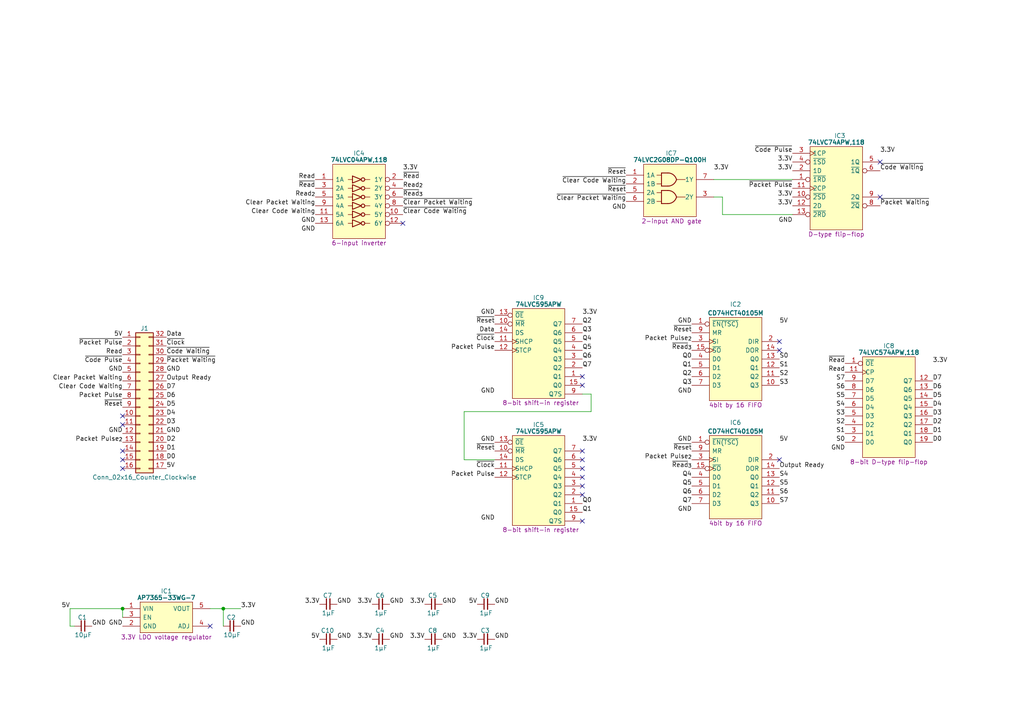
<source format=kicad_sch>
(kicad_sch (version 20230121) (generator eeschema)
  (paper "A4")
  (lib_symbols
    (symbol "Connector_Generic:Conn_02x16_Counter_Clockwise" (pin_names (offset 1.016) hide)
      (property "Reference" "J" (at 1.27 20.32 0))
      (property "Value" "Conn_02x16_Counter_Clockwise" (at 1.27 -22.86 0))
      (symbol "Conn_02x16_Counter_Clockwise_1_1"
        (rectangle (start -1.27 -20.193) (end 0 -20.447) (stroke (width 0.1524)))
        (rectangle (start -1.27 -17.653) (end 0 -17.907) (stroke (width 0.1524)))
        (rectangle (start -1.27 -15.113) (end 0 -15.367) (stroke (width 0.1524)))
        (rectangle (start -1.27 -12.573) (end 0 -12.827) (stroke (width 0.1524)))
        (rectangle (start -1.27 -10.033) (end 0 -10.287) (stroke (width 0.1524)))
        (rectangle (start -1.27 -7.493) (end 0 -7.747) (stroke (width 0.1524)))
        (rectangle (start -1.27 -4.953) (end 0 -5.207) (stroke (width 0.1524)))
        (rectangle (start -1.27 -2.413) (end 0 -2.667) (stroke (width 0.1524)))
        (rectangle (start -1.27 0.127) (end 0 -0.127) (stroke (width 0.1524)))
        (rectangle (start -1.27 2.667) (end 0 2.413) (stroke (width 0.1524)))
        (rectangle (start -1.27 5.207) (end 0 4.953) (stroke (width 0.1524)))
        (rectangle (start -1.27 7.747) (end 0 7.493) (stroke (width 0.1524)))
        (rectangle (start -1.27 10.287) (end 0 10.033) (stroke (width 0.1524)))
        (rectangle (start -1.27 12.827) (end 0 12.573) (stroke (width 0.1524)))
        (rectangle (start -1.27 15.367) (end 0 15.113) (stroke (width 0.1524)))
        (rectangle (start -1.27 17.907) (end 0 17.653) (stroke (width 0.1524)))
        (rectangle (start -1.27 19.05) (end 3.81 -21.59) (stroke (width 0.254)) (fill (type background)))
        (rectangle (start 3.81 -20.193) (end 2.54 -20.447) (stroke (width 0.1524)))
        (rectangle (start 3.81 -17.653) (end 2.54 -17.907) (stroke (width 0.1524)))
        (rectangle (start 3.81 -15.113) (end 2.54 -15.367) (stroke (width 0.1524)))
        (rectangle (start 3.81 -12.573) (end 2.54 -12.827) (stroke (width 0.1524)))
        (rectangle (start 3.81 -10.033) (end 2.54 -10.287) (stroke (width 0.1524)))
        (rectangle (start 3.81 -7.493) (end 2.54 -7.747) (stroke (width 0.1524)))
        (rectangle (start 3.81 -4.953) (end 2.54 -5.207) (stroke (width 0.1524)))
        (rectangle (start 3.81 -2.413) (end 2.54 -2.667) (stroke (width 0.1524)))
        (rectangle (start 3.81 0.127) (end 2.54 -0.127) (stroke (width 0.1524)))
        (rectangle (start 3.81 2.667) (end 2.54 2.413) (stroke (width 0.1524)))
        (rectangle (start 3.81 5.207) (end 2.54 4.953) (stroke (width 0.1524)))
        (rectangle (start 3.81 7.747) (end 2.54 7.493) (stroke (width 0.1524)))
        (rectangle (start 3.81 10.287) (end 2.54 10.033) (stroke (width 0.1524)))
        (rectangle (start 3.81 12.827) (end 2.54 12.573) (stroke (width 0.1524)))
        (rectangle (start 3.81 15.367) (end 2.54 15.113) (stroke (width 0.1524)))
        (rectangle (start 3.81 17.907) (end 2.54 17.653) (stroke (width 0.1524)))
        (pin passive line (at -5.08 17.78 0) (length 3.81) (name "Pin_1") (number "1"))
        (pin passive line (at -5.08 -5.08 0) (length 3.81) (name "Pin_10") (number "10"))
        (pin passive line (at -5.08 -7.62 0) (length 3.81) (name "Pin_11") (number "11"))
        (pin passive line (at -5.08 -10.16 0) (length 3.81) (name "Pin_12") (number "12"))
        (pin passive line (at -5.08 -12.7 0) (length 3.81) (name "Pin_13") (number "13"))
        (pin passive line (at -5.08 -15.24 0) (length 3.81) (name "Pin_14") (number "14"))
        (pin passive line (at -5.08 -17.78 0) (length 3.81) (name "Pin_15") (number "15"))
        (pin passive line (at -5.08 -20.32 0) (length 3.81) (name "Pin_16") (number "16"))
        (pin passive line (at 7.62 -20.32 180) (length 3.81) (name "Pin_17") (number "17"))
        (pin passive line (at 7.62 -17.78 180) (length 3.81) (name "Pin_18") (number "18"))
        (pin passive line (at 7.62 -15.24 180) (length 3.81) (name "Pin_19") (number "19"))
        (pin passive line (at -5.08 15.24 0) (length 3.81) (name "Pin_2") (number "2"))
        (pin passive line (at 7.62 -12.7 180) (length 3.81) (name "Pin_20") (number "20"))
        (pin passive line (at 7.62 -10.16 180) (length 3.81) (name "Pin_21") (number "21"))
        (pin passive line (at 7.62 -7.62 180) (length 3.81) (name "Pin_22") (number "22"))
        (pin passive line (at 7.62 -5.08 180) (length 3.81) (name "Pin_23") (number "23"))
        (pin passive line (at 7.62 -2.54 180) (length 3.81) (name "Pin_24") (number "24"))
        (pin passive line (at 7.62 0 180) (length 3.81) (name "Pin_25") (number "25"))
        (pin passive line (at 7.62 2.54 180) (length 3.81) (name "Pin_26") (number "26"))
        (pin passive line (at 7.62 5.08 180) (length 3.81) (name "Pin_27") (number "27"))
        (pin passive line (at 7.62 7.62 180) (length 3.81) (name "Pin_28") (number "28"))
        (pin passive line (at 7.62 10.16 180) (length 3.81) (name "Pin_29") (number "29"))
        (pin passive line (at -5.08 12.7 0) (length 3.81) (name "Pin_3") (number "3"))
        (pin passive line (at 7.62 12.7 180) (length 3.81) (name "Pin_30") (number "30"))
        (pin passive line (at 7.62 15.24 180) (length 3.81) (name "Pin_31") (number "31"))
        (pin passive line (at 7.62 17.78 180) (length 3.81) (name "Pin_32") (number "32"))
        (pin passive line (at -5.08 10.16 0) (length 3.81) (name "Pin_4") (number "4"))
        (pin passive line (at -5.08 7.62 0) (length 3.81) (name "Pin_5") (number "5"))
        (pin passive line (at -5.08 5.08 0) (length 3.81) (name "Pin_6") (number "6"))
        (pin passive line (at -5.08 2.54 0) (length 3.81) (name "Pin_7") (number "7"))
        (pin passive line (at -5.08 0 0) (length 3.81) (name "Pin_8") (number "8"))
        (pin passive line (at -5.08 -2.54 0) (length 3.81) (name "Pin_9") (number "9"))
      )
    )
    (symbol "Diodes_Inc:AP7365-33WG-7" (pin_names (offset 0.762))
      (property "Reference" "IC" (at 12.7 5.08 0))
      (property "Value" "AP7365-33WG-7" (at 12.7 3.175 0))
      (property "Description" "3.3V LDO voltage regulator" (at 12.7 -8.255 0))
      (symbol "AP7365-33WG-7_0_0"
        (pin passive line (at 0 0 0) (length 5.08) (name "VIN") (number "1"))
        (pin passive line (at 0 -5.08 0) (length 5.08) (name "GND") (number "2"))
        (pin input line (at 0 -2.54 0) (length 5.08) (name "EN") (number "3"))
        (pin passive line (at 25.4 -5.08 180) (length 5.08) (name "ADJ") (number "4"))
        (pin passive line (at 25.4 0 180) (length 5.08) (name "VOUT") (number "5"))
      )
      (symbol "AP7365-33WG-7_0_1"
        (polyline (pts (xy 5.08 1.905) (xy 20.32 1.905) (xy 20.32 -6.985) (xy 5.08 -6.985) (xy 5.08 1.905)) (fill (type background)))
      )
    )
    (symbol "HCP65:C_0805" (pin_numbers hide) (pin_names (offset 0.254) hide)
      (property "Reference" "C" (at 2.286 2.54 0))
      (property "Value" "?μF" (at 2.54 -2.54 0))
      (symbol "C_0805_0_1"
        (polyline (pts (xy 1.9685 -1.4605) (xy 1.9685 1.5875)) (stroke (width 0.3048)))
        (polyline (pts (xy 2.9845 -1.4605) (xy 2.9845 1.5875)) (stroke (width 0.3302)))
      )
      (symbol "C_0805_1_1"
        (pin passive line (at 0 0 0) (length 2.032) (name "~") (number "1"))
        (pin passive line (at 5.08 0 180) (length 2.032) (name "~") (number "2"))
      )
    )
    (symbol "Nexperia:74LVC04APW,118" (pin_names (offset 0.762))
      (property "Reference" "IC" (at 12.7 7.62 0))
      (property "Value" "74LVC04APW,118" (at 12.7 5.715 0))
      (property "Description" "6-input inverter" (at 12.7 -18.415 0))
      (symbol "74LVC04APW,118_0_0"
        (pin input line (at 0 0 0) (length 5.08) (name "1A") (number "1"))
        (pin output inverted (at 25.4 -10.16 180) (length 5.08) (name "5Y") (number "10"))
        (pin input line (at 0 -10.16 0) (length 5.08) (name "5A") (number "11"))
        (pin output inverted (at 25.4 -12.7 180) (length 5.08) (name "6Y") (number "12"))
        (pin input line (at 0 -12.7 0) (length 5.08) (name "6A") (number "13"))
        (pin passive line (at 25.4 2.54 180) (length 5.08) hide (name "3V") (number "14"))
        (pin output inverted (at 25.4 0 180) (length 5.08) (name "1Y") (number "2"))
        (pin input line (at 0 -2.54 0) (length 5.08) (name "2A") (number "3"))
        (pin output inverted (at 25.4 -2.54 180) (length 5.08) (name "2Y") (number "4"))
        (pin input line (at 0 -5.08 0) (length 5.08) (name "3A") (number "5"))
        (pin output inverted (at 25.4 -5.08 180) (length 5.08) (name "3Y") (number "6"))
        (pin passive line (at 0 -15.24 0) (length 5.08) hide (name "GND") (number "7"))
        (pin output inverted (at 25.4 -7.62 180) (length 5.08) (name "4Y") (number "8"))
        (pin input line (at 0 -7.62 0) (length 5.08) (name "4A") (number "9"))
      )
      (symbol "74LVC04APW,118_0_1"
        (polyline (pts (xy 9.525 -12.7) (xy 10.7949 -12.7)))
        (polyline (pts (xy 9.525 -10.16) (xy 10.7949 -10.16)))
        (polyline (pts (xy 9.525 -7.62) (xy 10.7949 -7.62)))
        (polyline (pts (xy 9.525 -5.08) (xy 10.7949 -5.08)))
        (polyline (pts (xy 9.525 -2.54) (xy 10.7949 -2.54)))
        (polyline (pts (xy 9.525 0) (xy 10.7949 0)))
        (polyline (pts (xy 14.351 -12.7) (xy 15.875 -12.7)))
        (polyline (pts (xy 14.351 -10.16) (xy 15.875 -10.16)))
        (polyline (pts (xy 14.351 -7.62) (xy 15.875 -7.62)))
        (polyline (pts (xy 14.351 -5.08) (xy 15.875 -5.08)))
        (polyline (pts (xy 14.351 -2.54) (xy 15.875 -2.54)))
        (polyline (pts (xy 14.351 0) (xy 15.875 0)))
        (polyline (pts (xy 10.795 -13.716) (xy 13.335 -12.7) (xy 10.795 -11.684)) (stroke (width 0.254)))
        (polyline (pts (xy 10.795 -11.176) (xy 13.335 -10.16) (xy 10.795 -9.144)) (stroke (width 0.254)))
        (polyline (pts (xy 10.795 -8.636) (xy 13.335 -7.62) (xy 10.795 -6.604)) (stroke (width 0.254)))
        (polyline (pts (xy 10.795 -6.096) (xy 13.335 -5.08) (xy 10.795 -4.064)) (stroke (width 0.254)))
        (polyline (pts (xy 10.795 -3.556) (xy 13.335 -2.54) (xy 10.795 -1.524)) (stroke (width 0.254)))
        (polyline (pts (xy 10.795 -1.016) (xy 13.335 0) (xy 10.795 1.016)) (stroke (width 0.254)))
        (polyline (pts (xy 5.08 4.445) (xy 20.32 4.445) (xy 20.32 -17.145) (xy 5.08 -17.145) (xy 5.08 4.445)) (stroke (width 0.1524)) (fill (type background)))
        (rectangle (start 10.795 -11.684) (end 10.795 -13.716) (stroke (width 0.254)) (fill (type background)))
        (rectangle (start 10.795 -9.144) (end 10.795 -11.176) (stroke (width 0.254)) (fill (type background)))
        (rectangle (start 10.795 -6.604) (end 10.795 -8.636) (stroke (width 0.254)) (fill (type background)))
        (rectangle (start 10.795 -4.064) (end 10.795 -6.096) (stroke (width 0.254)) (fill (type background)))
        (rectangle (start 10.795 -1.524) (end 10.795 -3.556) (stroke (width 0.254)) (fill (type background)))
        (rectangle (start 10.795 1.016) (end 10.795 -1.016) (stroke (width 0.254)) (fill (type background)))
        (circle (center 13.843 -12.7) (radius 0.508) (stroke (width 0.254)))
        (circle (center 13.843 -10.16) (radius 0.508) (stroke (width 0.254)))
        (circle (center 13.843 -7.62) (radius 0.508) (stroke (width 0.254)))
        (circle (center 13.843 -5.08) (radius 0.508) (stroke (width 0.254)))
        (circle (center 13.843 -2.54) (radius 0.508) (stroke (width 0.254)))
        (circle (center 13.843 0) (radius 0.508) (stroke (width 0.254)))
      )
    )
    (symbol "Nexperia:74LVC2G08DP-Q100H" (pin_names (offset 0.762))
      (property "Reference" "IC" (at 11.43 6.35 0))
      (property "Value" "74LVC2G08DP-Q100H" (at 12.7 4.445 0))
      (property "Description" "2-input AND gate" (at 4.445 -13.335 0))
      (symbol "74LVC2G08DP-Q100H_0_0"
        (pin input line (at 0 0 0) (length 5.08) (name "1A") (number "1"))
        (pin input line (at 0 -2.54 0) (length 5.08) (name "1B") (number "2"))
        (pin output line (at 25.4 -6.35 180) (length 5.08) (name "2Y") (number "3"))
        (pin passive line (at 0 -10.16 0) (length 5.08) hide (name "GND") (number "4"))
        (pin input line (at 0 -5.08 0) (length 5.08) (name "2A") (number "5"))
        (pin input line (at 0 -7.62 0) (length 5.08) (name "2B") (number "6"))
        (pin output line (at 25.4 -1.27 180) (length 5.08) (name "1Y") (number "7"))
        (pin passive line (at 25.4 1.27 180) (length 5.08) hide (name "3V") (number "8"))
      )
      (symbol "74LVC2G08DP-Q100H_0_1"
        (polyline (pts (xy 8.89 -7.62) (xy 10.1599 -7.62)))
        (polyline (pts (xy 8.89 -5.08) (xy 10.1599 -5.08)))
        (polyline (pts (xy 8.89 -2.54) (xy 10.1599 -2.54)))
        (polyline (pts (xy 8.89 0) (xy 10.1599 0)))
        (polyline (pts (xy 10.248 -4.445) (xy 10.248 -8.255)) (stroke (width 0.254)) (fill (type background)))
        (polyline (pts (xy 10.248 0.635) (xy 10.248 -3.175)) (stroke (width 0.254)) (fill (type background)))
        (polyline (pts (xy 12.065 -8.255) (xy 10.248 -8.255)) (stroke (width 0.254)) (fill (type background)))
        (polyline (pts (xy 12.065 -4.445) (xy 10.248 -4.445)) (stroke (width 0.254)) (fill (type background)))
        (polyline (pts (xy 12.065 -3.175) (xy 10.248 -3.175)) (stroke (width 0.254)) (fill (type background)))
        (polyline (pts (xy 12.065 0.635) (xy 10.248 0.635)) (stroke (width 0.254)) (fill (type background)))
        (polyline (pts (xy 14.605 -6.35) (xy 17.145 -6.35)))
        (polyline (pts (xy 14.605 -1.27) (xy 17.145 -1.27)))
        (polyline (pts (xy 5.08 3.175) (xy 20.32 3.175) (xy 20.32 -12.065) (xy 5.08 -12.065) (xy 5.08 3.175)) (stroke (width 0.1524)) (fill (type background)))
        (arc (start 12.065 -8.255) (mid 13.6634 -7.7404) (end 14.605 -6.35) (stroke (width 0.254)))
        (arc (start 12.065 -3.175) (mid 13.6634 -2.6604) (end 14.605 -1.27) (stroke (width 0.254)))
        (arc (start 14.605 -6.35) (mid 13.6646 -4.958) (end 12.065 -4.445) (stroke (width 0.254)))
        (arc (start 14.605 -1.27) (mid 13.6646 0.122) (end 12.065 0.635) (stroke (width 0.254)))
      )
    )
    (symbol "Nexperia:74LVC574APW,118" (pin_names (offset 0.762))
      (property "Reference" "IC" (at 12.7 5.08 0))
      (property "Value" "74LVC574APW,118" (at 12.7 3.175 0))
      (property "Description" "8-bit D-type flip-flop" (at 12.7 -28.575 0))
      (symbol "74LVC574APW,118_0_0"
        (pin input inverted (at 0 0 0) (length 5.08) (name "~{OE}") (number "1"))
        (pin passive line (at 0 -25.4 0) (length 5.08) hide (name "GND") (number "10"))
        (pin input clock (at 0 -2.54 0) (length 5.08) (name "CP") (number "11"))
        (pin tri_state line (at 25.4 -7.62 180) (length 5.08) (name "Q6") (number "13"))
        (pin tri_state line (at 25.4 -10.16 180) (length 5.08) (name "Q5") (number "14"))
        (pin tri_state line (at 25.4 -12.7 180) (length 5.08) (name "Q4") (number "15"))
        (pin tri_state line (at 25.4 -15.24 180) (length 5.08) (name "Q3") (number "16"))
        (pin tri_state line (at 25.4 -17.78 180) (length 5.08) (name "Q2") (number "17"))
        (pin tri_state line (at 25.4 -20.32 180) (length 5.08) (name "Q1") (number "18"))
        (pin tri_state line (at 25.4 -22.86 180) (length 5.08) (name "Q0") (number "19"))
        (pin input line (at 0 -22.86 0) (length 5.08) (name "D0") (number "2"))
        (pin passive line (at 25.4 0 180) (length 5.08) hide (name "3V") (number "20"))
        (pin input line (at 0 -20.32 0) (length 5.08) (name "D1") (number "3"))
        (pin input line (at 0 -17.78 0) (length 5.08) (name "D2") (number "4"))
        (pin input line (at 0 -15.24 0) (length 5.08) (name "D3") (number "5"))
        (pin input line (at 0 -12.7 0) (length 5.08) (name "D4") (number "6"))
        (pin input line (at 0 -10.16 0) (length 5.08) (name "D5") (number "7"))
        (pin input line (at 0 -7.62 0) (length 5.08) (name "D6") (number "8"))
        (pin input line (at 0 -5.08 0) (length 5.08) (name "D7") (number "9"))
      )
      (symbol "74LVC574APW,118_0_1"
        (polyline (pts (xy 5.08 1.905) (xy 20.32 1.905) (xy 20.32 -27.305) (xy 5.08 -27.305) (xy 5.08 1.905)) (stroke (width 0.1524)) (fill (type background)))
      )
      (symbol "74LVC574APW,118_1_0"
        (pin tri_state line (at 25.4 -5.08 180) (length 5.08) (name "Q7") (number "12"))
      )
    )
    (symbol "Nexperia:74LVC595APW" (pin_names (offset 0.762))
      (property "Reference" "IC" (at 12.7 5.08 0))
      (property "Value" "74LVC595APW" (at 12.7 3.175 0))
      (property "Description" "8-bit shift-in register" (at 13.335 -25.4 0))
      (symbol "74LVC595APW_0_0"
        (pin output line (at 25.4 -17.78 180) (length 5.08) (name "Q1") (number "1"))
        (pin input inverted (at 0 -2.54 0) (length 5.08) (name "~{MR}") (number "10"))
        (pin input clock (at 0 -7.62 0) (length 5.08) (name "SHCP") (number "11"))
        (pin input clock (at 0 -10.16 0) (length 5.08) (name "STCP") (number "12"))
        (pin input inverted (at 0 0 0) (length 5.08) (name "~{OE}") (number "13"))
        (pin input line (at 0 -5.08 0) (length 5.08) (name "DS") (number "14"))
        (pin output line (at 25.4 -20.32 180) (length 5.08) (name "Q0") (number "15"))
        (pin output line (at 25.4 -15.24 180) (length 5.08) (name "Q2") (number "2"))
        (pin output line (at 25.4 -12.7 180) (length 5.08) (name "Q3") (number "3"))
        (pin output line (at 25.4 -10.16 180) (length 5.08) (name "Q4") (number "4"))
        (pin output line (at 25.4 -7.62 180) (length 5.08) (name "Q5") (number "5"))
        (pin output line (at 25.4 -5.08 180) (length 5.08) (name "Q6") (number "6"))
        (pin output line (at 25.4 -2.54 180) (length 5.08) (name "Q7") (number "7"))
        (pin output line (at 25.4 -22.86 180) (length 5.08) (name "Q7S") (number "9"))
      )
      (symbol "74LVC595APW_0_1"
        (polyline (pts (xy 5.08 1.905) (xy 20.32 1.905) (xy 20.32 -24.13) (xy 5.08 -24.13) (xy 5.08 1.905)) (stroke (width 0.1524)) (fill (type background)))
      )
      (symbol "74LVC595APW_1_0"
        (pin passive line (at 25.4 0 180) (length 5.08) hide (name "3V") (number "16"))
        (pin passive line (at 0 -22.86 0) (length 5.08) hide (name "GND") (number "8"))
      )
    )
    (symbol "Nexperia:74LVC74APW,118" (pin_names (offset 0.762))
      (property "Reference" "IC" (at 12.065 5.08 0))
      (property "Value" "74LVC74APW,118" (at 12.7 3.175 0))
      (property "Description" "D-type flip-flop" (at 12.7 -23.495 0))
      (symbol "74LVC74APW,118_0_0"
        (pin input inverted (at 0 -7.62 0) (length 5.08) (name "~{1RD}") (number "1"))
        (pin input inverted (at 0 -12.7 0) (length 5.08) (name "~{2SD}") (number "10"))
        (pin input clock (at 0 -10.16 0) (length 5.08) (name "2CP") (number "11"))
        (pin input line (at 0 -15.24 0) (length 5.08) (name "2D") (number "12"))
        (pin input inverted (at 0 -17.78 0) (length 5.08) (name "~{2RD}") (number "13"))
        (pin passive line (at 25.4 0 180) (length 5.08) hide (name "3V") (number "14"))
        (pin input line (at 0 -5.08 0) (length 5.08) (name "1D") (number "2"))
        (pin input clock (at 0 0 0) (length 5.08) (name "1CP") (number "3"))
        (pin input inverted (at 0 -2.54 0) (length 5.08) (name "~{1SD}") (number "4"))
        (pin output line (at 25.4 -2.54 180) (length 5.08) (name "1Q") (number "5"))
        (pin output inverted (at 25.4 -5.08 180) (length 5.08) (name "~{1Q}") (number "6"))
        (pin passive line (at 0 -20.32 0) (length 5.08) hide (name "GND") (number "7"))
        (pin output inverted (at 25.4 -15.24 180) (length 5.08) (name "~{2Q}") (number "8"))
        (pin output line (at 25.4 -12.7 180) (length 5.08) (name "2Q") (number "9"))
      )
      (symbol "74LVC74APW,118_0_1"
        (polyline (pts (xy 5.08 1.905) (xy 20.32 1.905) (xy 20.32 -22.225) (xy 5.08 -22.225) (xy 5.08 1.905)) (stroke (width 0.1524)) (fill (type background)))
      )
    )
    (symbol "Texas_Instruments:CD74HCT40105M" (pin_names (offset 0.762))
      (property "Reference" "IC" (at 12.7 5.715 0))
      (property "Value" "CD74HCT40105M" (at 12.7 3.175 0))
      (property "Description" "4bit by 16 FIFO" (at 12.7 -23.495 0))
      (symbol "CD74HCT40105M_0_0"
        (pin output line (at 25.4 -7.62 180) (length 5.08) (name "DOR") (number "14"))
        (pin passive line (at 25.4 0 180) (length 5.08) hide (name "5V") (number "16"))
        (pin output line (at 25.4 -5.08 180) (length 5.08) (name "DIR") (number "2"))
        (pin input line (at 0 -10.16 0) (length 5.08) (name "D0") (number "4"))
        (pin input line (at 0 -12.7 0) (length 5.08) (name "D1") (number "5"))
        (pin input line (at 0 -15.24 0) (length 5.08) (name "D2") (number "6"))
        (pin input line (at 0 -17.78 0) (length 5.08) (name "D3") (number "7"))
        (pin passive line (at 0 -20.32 0) (length 5.08) hide (name "GND") (number "8"))
        (pin input line (at 0 -2.54 0) (length 5.08) (name "MR") (number "9"))
      )
      (symbol "CD74HCT40105M_0_1"
        (polyline (pts (xy 5.08 1.905) (xy 20.32 1.905) (xy 20.32 -22.225) (xy 5.08 -22.225) (xy 5.08 1.905)) (stroke (width 0.1524)) (fill (type background)))
      )
      (symbol "CD74HCT40105M_1_0"
        (pin input inverted (at 0 0 0) (length 5.08) (name "~{EN(TSC)}") (number "1"))
        (pin tri_state line (at 25.4 -17.78 180) (length 5.08) (name "Q3") (number "10"))
        (pin tri_state line (at 25.4 -15.24 180) (length 5.08) (name "Q2") (number "11"))
        (pin tri_state line (at 25.4 -12.7 180) (length 5.08) (name "Q1") (number "12"))
        (pin tri_state line (at 25.4 -10.16 180) (length 5.08) (name "Q0") (number "13"))
        (pin input inverted_clock (at 0 -7.62 0) (length 5.08) (name "~{SO}") (number "15"))
        (pin input clock (at 0 -5.08 0) (length 5.08) (name "SI") (number "3"))
      )
    )
  )
  (junction (at 35.56 176.53))
  (junction (at 64.77 176.53))
  (no_connect (at 168.91 138.43))
  (no_connect (at 168.91 140.97))
  (no_connect (at 226.06 101.6))
  (no_connect (at 168.91 109.22))
  (no_connect (at 35.56 130.81))
  (no_connect (at 35.56 135.89))
  (no_connect (at 168.91 143.51))
  (no_connect (at 226.06 133.35))
  (no_connect (at 60.96 181.61))
  (no_connect (at 168.91 133.35))
  (no_connect (at 35.56 120.65))
  (no_connect (at 168.91 135.89))
  (no_connect (at 168.91 151.13))
  (no_connect (at 168.91 111.76))
  (no_connect (at 255.27 57.15))
  (no_connect (at 35.56 123.19))
  (no_connect (at 226.06 99.06))
  (no_connect (at 116.84 64.77))
  (no_connect (at 255.27 46.99))
  (no_connect (at 35.56 133.35))
  (no_connect (at 168.91 130.81))
  (wire (pts (xy 134.62 119.38) (xy 134.62 133.35)))
  (wire (pts (xy 171.45 119.38) (xy 134.62 119.38)))
  (wire (pts (xy 171.45 114.3) (xy 171.45 119.38)))
  (wire (pts (xy 168.91 114.3) (xy 171.45 114.3)))
  (wire (pts (xy 209.55 62.23) (xy 209.55 57.15)))
  (wire (pts (xy 20.32 176.53) (xy 35.56 176.53)))
  (wire (pts (xy 20.32 181.61) (xy 21.59 181.61)))
  (wire (pts (xy 35.56 176.53) (xy 35.56 179.07)))
  (wire (pts (xy 229.87 62.23) (xy 209.55 62.23)))
  (wire (pts (xy 207.01 52.07) (xy 229.87 52.07)))
  (wire (pts (xy 64.77 176.53) (xy 69.85 176.53)))
  (wire (pts (xy 60.96 176.53) (xy 64.77 176.53)))
  (wire (pts (xy 20.32 176.53) (xy 20.32 181.61)))
  (wire (pts (xy 64.77 181.61) (xy 64.77 176.53)))
  (wire (pts (xy 209.55 57.15) (xy 207.01 57.15)))
  (wire (pts (xy 134.62 133.35) (xy 143.51 133.35)))
  (label "GND" (at 48.26 107.95 0))
  (label "D0" (at 48.26 133.35 0))
  (label "~{Reset}" (at 181.61 50.8 180))
  (label "D0" (at 270.51 128.27 0))
  (label "5V" (at 226.06 93.98 0))
  (label "Clear Packet Waiting" (at 35.56 110.49 180))
  (label "~{Clear Packet Waiting}" (at 116.84 59.69 0))
  (label "Data" (at 48.26 97.79 0))
  (label "D7" (at 48.26 113.03 0))
  (label "Output Ready" (at 226.06 135.89 0))
  (label "GND" (at 143.51 175.26 0))
  (label "D3" (at 270.51 120.65 0))
  (label "~{Read}" (at 245.11 105.41 180))
  (label "S7" (at 245.11 110.49 180))
  (label "Q1" (at 168.91 148.59 0))
  (label "D7" (at 270.51 110.49 0))
  (label "S0" (at 245.11 128.27 180))
  (label "Q7" (at 200.66 146.05 180))
  (label "GND" (at 97.79 185.42 0))
  (label "3.3V" (at 229.87 57.15 180))
  (label "~{Code Pulse}" (at 35.56 105.41 180))
  (label "~{Reset}" (at 200.66 130.81 180))
  (label "Q7" (at 168.91 106.68 0))
  (label "GND" (at 128.27 175.26 0))
  (label "D1" (at 48.26 130.81 0))
  (label "GND" (at 35.56 107.95 180))
  (label "GND" (at 200.66 148.59 180))
  (label "GND" (at 48.26 125.73 0))
  (label "Packet Pulse" (at 35.56 115.57 180))
  (label "S4" (at 245.11 118.11 180))
  (label "GND" (at 143.51 91.44 180))
  (label "S4" (at 226.06 138.43 0))
  (label "Q3" (at 200.66 111.76 180))
  (label "~{Code Waiting}" (at 255.27 49.53 0))
  (label "GND" (at 128.27 185.42 0))
  (label "Q6" (at 200.66 143.51 180))
  (label "GND" (at 35.56 181.61 180))
  (label "GND" (at 26.67 181.61 0))
  (label "~{Packet Waiting}" (at 255.27 59.69 0))
  (label "~{Read}_{3}" (at 116.84 57.15 0))
  (label "Q0" (at 200.66 104.14 180))
  (label "Clear Packet Waiting" (at 91.44 59.69 180))
  (label "~{Clear Code Waiting}" (at 116.84 62.23 0))
  (label "~{Read}_{3}" (at 200.66 101.6 180))
  (label "Packet Pulse_{2}" (at 200.66 133.35 180))
  (label "D4" (at 270.51 118.11 0))
  (label "~{Read}_{3}" (at 200.66 135.89 180))
  (label "~{Read}" (at 116.84 52.07 0))
  (label "5V" (at 92.71 185.42 180))
  (label "Q1" (at 200.66 106.68 180))
  (label "GND" (at 97.79 175.26 0))
  (label "D5" (at 48.26 118.11 0))
  (label "GND" (at 143.51 151.13 180))
  (label "GND" (at 113.03 175.26 0))
  (label "S7" (at 226.06 146.05 0))
  (label "D6" (at 270.51 113.03 0))
  (label "D5" (at 270.51 115.57 0))
  (label "D6" (at 48.26 115.57 0))
  (label "Output Ready" (at 48.26 110.49 0))
  (label "Q2" (at 200.66 109.22 180))
  (label "Packet Pulse" (at 143.51 101.6 180))
  (label "GND" (at 143.51 128.27 180))
  (label "3.3V" (at 255.27 44.45 0))
  (label "~{Reset}" (at 35.56 118.11 180))
  (label "S6" (at 226.06 143.51 0))
  (label "D2" (at 48.26 128.27 0))
  (label "3.3V" (at 229.87 46.99 180))
  (label "Read" (at 91.44 52.07 180))
  (label "Read_{2}" (at 116.84 54.61 0))
  (label "3.3V" (at 123.19 175.26 180))
  (label "5V" (at 138.43 175.26 180))
  (label "3.3V" (at 270.51 105.41 0))
  (label "Data" (at 143.51 96.52 180))
  (label "3.3V" (at 229.87 49.53 180))
  (label "Read_{2}" (at 91.44 57.15 180))
  (label "S5" (at 245.11 115.57 180))
  (label "~{Reset}" (at 143.51 130.81 180))
  (label "~{Clock}" (at 143.51 135.89 180))
  (label "Packet Pulse_{2}" (at 35.56 128.27 180))
  (label "GND" (at 143.51 185.42 0))
  (label "Q0" (at 168.91 146.05 0))
  (label "Packet Pulse" (at 143.51 138.43 180))
  (label "S3" (at 226.06 111.76 0))
  (label "S1" (at 245.11 125.73 180))
  (label "3.3V" (at 207.01 49.53 0))
  (label "GND" (at 113.03 185.42 0))
  (label "3.3V" (at 229.87 59.69 180))
  (label "GND" (at 200.66 114.3 180))
  (label "S3" (at 245.11 120.65 180))
  (label "Read" (at 245.11 107.95 180))
  (label "Packet Pulse_{2}" (at 200.66 99.06 180))
  (label "3.3V" (at 69.85 176.53 0))
  (label "5V" (at 226.06 128.27 0))
  (label "Clear Code Waiting" (at 35.56 113.03 180))
  (label "~{Code Waiting}" (at 48.26 102.87 0))
  (label "3.3V" (at 168.91 128.27 0))
  (label "Q2" (at 168.91 93.98 0))
  (label "~{Packet Pulse}" (at 229.87 54.61 180))
  (label "Q5" (at 200.66 140.97 180))
  (label "5V" (at 35.56 97.79 180))
  (label "3.3V" (at 92.71 175.26 180))
  (label "Q4" (at 200.66 138.43 180))
  (label "S2" (at 245.11 123.19 180))
  (label "GND" (at 181.61 60.96 180))
  (label "Q3" (at 168.91 96.52 0))
  (label "~{Reset}" (at 200.66 96.52 180))
  (label "Q6" (at 168.91 104.14 0))
  (label "GND" (at 229.87 64.77 180))
  (label "D2" (at 270.51 123.19 0))
  (label "Clear Code Waiting" (at 91.44 62.23 180))
  (label "3.3V" (at 168.91 91.44 0))
  (label "~{Clock}" (at 143.51 99.06 180))
  (label "~{Clear Code Waiting}" (at 181.61 53.34 180))
  (label "~{Clock}" (at 48.26 100.33 0))
  (label "~{Packet Waiting}" (at 48.26 105.41 0))
  (label "5V" (at 20.32 176.53 180))
  (label "~{Code Pulse}" (at 229.87 44.45 180))
  (label "3.3V" (at 123.19 185.42 180))
  (label "S0" (at 226.06 104.14 0))
  (label "~{Clear Packet Waiting}" (at 181.61 58.42 180))
  (label "~{Reset}" (at 143.51 93.98 180))
  (label "D1" (at 270.51 125.73 0))
  (label "GND" (at 200.66 93.98 180))
  (label "3.3V" (at 107.95 175.26 180))
  (label "D4" (at 48.26 120.65 0))
  (label "GND" (at 35.56 125.73 180))
  (label "GND" (at 91.44 64.77 180))
  (label "Read" (at 35.56 102.87 180))
  (label "~{Read}" (at 91.44 54.61 180))
  (label "5V" (at 48.26 135.89 0))
  (label "GND" (at 245.11 130.81 180))
  (label "GND" (at 69.85 181.61 0))
  (label "S5" (at 226.06 140.97 0))
  (label "GND" (at 200.66 128.27 180))
  (label "D3" (at 48.26 123.19 0))
  (label "S2" (at 226.06 109.22 0))
  (label "3.3V" (at 107.95 185.42 180))
  (label "3.3V" (at 116.84 49.53 0))
  (label "S6" (at 245.11 113.03 180))
  (label "S1" (at 226.06 106.68 0))
  (label "3.3V" (at 138.43 185.42 180))
  (label "GND" (at 143.51 114.3 180))
  (label "GND" (at 91.44 67.31 180))
  (label "Q4" (at 168.91 99.06 0))
  (label "~{Packet Pulse}" (at 35.56 100.33 180))
  (label "~{Reset}" (at 181.61 55.88 180))
  (label "Q5" (at 168.91 101.6 0))
  (symbol (lib_id "HCP65:C_0805") (at 138.43 175.26 0) (unit 1)
    (property "Reference" "C9" (at 140.716 172.72 0))
    (property "Value" "1μF" (at 140.97 177.8 0))
    (property "Footprint" "SamacSys_Parts:C_0805" (effects hide))
  )
  (symbol (lib_id "Texas_Instruments:CD74HCT40105M") (at 200.66 128.27 0) (unit 1)
    (property "Reference" "IC6" (at 213.36 122.555 0))
    (property "Value" "CD74HCT40105M" (at 213.36 125.095 0) (effects (font bold)))
    (property "Footprint" "SOIC127P600X175-16N" (effects hide))
    (property "Datasheet" "http://www.ti.com/lit/gpn/CD74HCT40105" (effects hide))
    (property "Description" "4bit by 16 FIFO" (at 213.36 151.765 0))
    (property "Height" "1.75" (effects hide))
    (property "Manufacturer_Name" "Texas Instruments" (effects hide))
    (property "Manufacturer_Part_Number" "CD74HCT40105M" (effects hide))
    (property "Mouser Part Number" "595-CD74HCT40105M" (effects hide))
    (property "Silkscreen" "74HCT40105" (effects hide))
  )
  (symbol (lib_id "Nexperia:74LVC574APW,118") (at 245.11 105.41 0) (unit 1)
    (property "Reference" "IC8" (at 257.81 100.33 0))
    (property "Value" "74LVC574APW,118" (at 257.81 102.235 0) (effects (font bold)))
    (property "Footprint" "SOP65P640X110-20N" (effects hide))
    (property "Datasheet" "https://assets.nexperia.com/documents/data-sheet/74LVC574A.pdf" (effects hide))
    (property "Description" "8-bit D-type flip-flop" (at 257.81 133.985 0))
    (property "Height" "1.1" (effects hide))
    (property "Manufacturer_Name" "Nexperia" (effects hide))
    (property "Manufacturer_Part_Number" "74LVC574APW,118" (effects hide))
    (property "Mouser Part Number" "771-74LVC574APW-T" (effects hide))
    (property "Mouser Price/Stock" "https://www.mouser.co.uk/ProductDetail/Nexperia/74LVC574APW118?qs=me8TqzrmIYXFXrN3QSTUuw%3D%3D" (effects hide))
    (property "Silkscreen" "74LVC574" (effects hide))
  )
  (symbol (lib_id "HCP65:C_0805") (at 21.59 181.61 0) (unit 1)
    (property "Reference" "C1" (at 23.876 179.07 0))
    (property "Value" "10μF" (at 24.13 184.15 0))
    (property "Footprint" "SamacSys_Parts:C_0805" (effects hide))
  )
  (symbol (lib_id "Texas_Instruments:CD74HCT40105M") (at 200.66 93.98 0) (unit 1)
    (property "Reference" "IC2" (at 213.36 88.265 0))
    (property "Value" "CD74HCT40105M" (at 213.36 90.805 0) (effects (font bold)))
    (property "Footprint" "SOIC127P600X175-16N" (effects hide))
    (property "Datasheet" "http://www.ti.com/lit/gpn/CD74HCT40105" (effects hide))
    (property "Description" "4bit by 16 FIFO" (at 213.36 117.475 0))
    (property "Height" "1.75" (effects hide))
    (property "Manufacturer_Name" "Texas Instruments" (effects hide))
    (property "Manufacturer_Part_Number" "CD74HCT40105M" (effects hide))
    (property "Mouser Part Number" "595-CD74HCT40105M" (effects hide))
    (property "Silkscreen" "74HCT40105" (effects hide))
  )
  (symbol (lib_id "Diodes_Inc:AP7365-33WG-7") (at 35.56 176.53 0) (unit 1)
    (property "Reference" "IC1" (at 48.26 171.45 0))
    (property "Value" "AP7365-33WG-7" (at 48.26 173.355 0) (effects (font bold)))
    (property "Footprint" "SOT95P285X130-5N" (effects hide))
    (property "Datasheet" "https://componentsearchengine.com/Datasheets/1/AP7365-33WG-7.pdf" (effects hide))
    (property "Description" "3.3V LDO voltage regulator" (at 48.26 184.785 0))
    (property "Height" "1.3" (effects hide))
    (property "Manufacturer_Name" "Diodes Inc." (effects hide))
    (property "Manufacturer_Part_Number" "AP7365-33WG-7" (effects hide))
    (property "Mouser Part Number" "621-AP7365-33WG-7" (effects hide))
    (property "Mouser Price/Stock" "https://www.mouser.co.uk/ProductDetail/Diodes-Incorporated/AP7365-33WG-7?qs=abZ1nkZpTuOZFvxvoFPL0w%3D%3D" (effects hide))
    (property "Arrow Part Number" "AP7365-33WG-7" (effects hide))
    (property "Arrow Price/Stock" "https://www.arrow.com/en/products/ap7365-33wg-7/diodes-incorporated?region=nac" (effects hide))
    (property "Silkscreen" "AP7365" (effects hide))
  )
  (symbol (lib_id "HCP65:C_0805") (at 64.77 181.61 0) (unit 1)
    (property "Reference" "C2" (at 67.056 179.07 0))
    (property "Value" "10μF" (at 67.31 184.15 0))
    (property "Footprint" "SamacSys_Parts:C_0805" (effects hide))
  )
  (symbol (lib_id "HCP65:C_0805") (at 138.43 185.42 0) (unit 1)
    (property "Reference" "C3" (at 140.716 182.88 0))
    (property "Value" "1μF" (at 140.97 187.96 0))
    (property "Footprint" "SamacSys_Parts:C_0805" (effects hide))
  )
  (symbol (lib_id "Nexperia:74LVC595APW") (at 143.51 128.27 0) (unit 1)
    (property "Reference" "IC5" (at 156.21 123.19 0))
    (property "Value" "74LVC595APW" (at 156.21 125.095 0) (effects (font bold)))
    (property "Footprint" "SamacSys_Parts:SOP65P640X110-16N" (effects hide))
    (property "Datasheet" "https://assets.nexperia.com/documents/data-sheet/74LVC595A.pdf" (effects hide))
    (property "Description" "8-bit shift-in register" (at 156.845 153.67 0))
    (property "Height" "1.75" (effects hide))
    (property "Mouser Part Number" "771-74LVC595AD" (effects hide))
    (property "Mouser Price/Stock" "https://www.mouser.co.uk/ProductDetail/Nexperia/74LVC595AD112?qs=me8TqzrmIYV0b%2FEB25dYCQ%3D%3D" (effects hide))
    (property "Manufacturer_Name" "Nexperia" (effects hide))
    (property "Manufacturer_Part_Number" "74LVC595AD,112" (effects hide))
    (property "Silkscreen" "74LVC595" (effects hide))
  )
  (symbol (lib_id "HCP65:C_0805") (at 123.19 175.26 0) (unit 1)
    (property "Reference" "C5" (at 125.476 172.72 0))
    (property "Value" "1μF" (at 125.73 177.8 0))
    (property "Footprint" "SamacSys_Parts:C_0805" (effects hide))
  )
  (symbol (lib_id "Connector_Generic:Conn_02x16_Counter_Clockwise") (at 40.64 115.57 0) (unit 1)
    (property "Reference" "J1" (at 41.91 95.25 0))
    (property "Value" "Conn_02x16_Counter_Clockwise" (at 41.91 138.43 0))
    (property "Footprint" "SamacSys_Parts:DIP-32_Board_W22.86mm" (effects hide))
  )
  (symbol (lib_id "HCP65:C_0805") (at 92.71 175.26 0) (unit 1)
    (property "Reference" "C7" (at 94.996 172.72 0))
    (property "Value" "1μF" (at 95.25 177.8 0))
    (property "Footprint" "SamacSys_Parts:C_0805" (effects hide))
  )
  (symbol (lib_id "HCP65:C_0805") (at 92.71 185.42 0) (unit 1)
    (property "Reference" "C10" (at 94.996 182.88 0))
    (property "Value" "1μF" (at 95.25 187.96 0))
    (property "Footprint" "SamacSys_Parts:C_0805" (effects hide))
  )
  (symbol (lib_id "HCP65:C_0805") (at 123.19 185.42 0) (unit 1)
    (property "Reference" "C8" (at 125.476 182.88 0))
    (property "Value" "1μF" (at 125.73 187.96 0))
    (property "Footprint" "SamacSys_Parts:C_0805" (effects hide))
  )
  (symbol (lib_id "Nexperia:74LVC2G08DP-Q100H") (at 181.61 50.8 0) (unit 1)
    (property "Reference" "IC7" (at 193.04 44.45 0) (effects (justify left)))
    (property "Value" "74LVC2G08DP-Q100H" (at 194.31 46.355 0) (effects (font bold)))
    (property "Footprint" "SOP65P400X110-8N" (effects hide))
    (property "Datasheet" "https://assets.nexperia.com/documents/data-sheet/74LVC2G08_Q100.pdf" (effects hide))
    (property "Description" "2-input AND gate" (at 186.055 64.135 0) (effects (justify left)))
    (property "Height" "1.1" (effects hide))
    (property "Manufacturer_Name" "Nexperia" (effects hide))
    (property "Manufacturer_Part_Number" "74LVC2G08DP-Q100H" (effects hide))
    (property "Mouser Part Number" "771-74LVC2G08DPQ100H" (effects hide))
    (property "Mouser Price/Stock" "https://www.mouser.co.uk/ProductDetail/Nexperia/74LVC2G08DP-Q100H?qs=fi7yB2oewZnJ07IC2YGuEQ%3D%3D" (effects hide))
    (property "Silkscreen" "'2G08" (effects hide))
  )
  (symbol (lib_id "HCP65:C_0805") (at 107.95 175.26 0) (unit 1)
    (property "Reference" "C6" (at 110.236 172.72 0))
    (property "Value" "1μF" (at 110.49 177.8 0))
    (property "Footprint" "SamacSys_Parts:C_0805" (effects hide))
  )
  (symbol (lib_id "Nexperia:74LVC04APW,118") (at 91.44 52.07 0) (unit 1)
    (property "Reference" "IC4" (at 104.14 44.45 0))
    (property "Value" "74LVC04APW,118" (at 104.14 46.355 0) (effects (font bold)))
    (property "Footprint" "SOP65P640X110-14N" (effects hide))
    (property "Datasheet" "https://assets.nexperia.com/documents/data-sheet/74LVC04A.pdf" (effects hide))
    (property "Description" "6-input inverter" (at 104.14 70.485 0))
    (property "Height" "1.1" (effects hide))
    (property "Manufacturer_Name" "Nexperia" (effects hide))
    (property "Manufacturer_Part_Number" "74LVC04APW,118" (effects hide))
    (property "Mouser Part Number" "771-74LVC04APW-T" (effects hide))
    (property "Mouser Price/Stock" "https://www.mouser.co.uk/ProductDetail/Nexperia/74LVC04APW118?qs=me8TqzrmIYUA5zXidd9%2F4g%3D%3D" (effects hide))
    (property "Silkscreen" "74LVC04" (effects hide))
  )
  (symbol (lib_id "Nexperia:74LVC74APW,118") (at 229.87 44.45 0) (unit 1)
    (property "Reference" "IC3" (at 241.935 39.37 0) (effects (justify left)))
    (property "Value" "74LVC74APW,118" (at 242.57 41.275 0) (effects (font bold)))
    (property "Footprint" "SOP65P640X110-14N" (effects hide))
    (property "Datasheet" "https://assets.nexperia.com/documents/data-sheet/74LVC74A.pdf" (effects hide))
    (property "Description" "D-type flip-flop" (at 242.57 67.945 0))
    (property "Height" "1.1" (effects hide))
    (property "Mouser Part Number" "771-74LVC74APW-T" (effects hide))
    (property "Mouser Price/Stock" "https://www.mouser.co.uk/ProductDetail/Nexperia/74LVC74APW118?qs=me8TqzrmIYVtXwVfet0lzw%3D%3D" (effects hide))
    (property "Manufacturer_Name" "Nexperia" (effects hide))
    (property "Manufacturer_Part_Number" "74LVC74APW,118" (effects hide))
    (property "Silkscreen" "74LVC74" (effects hide))
  )
  (symbol (lib_id "Nexperia:74LVC595APW") (at 143.51 91.44 0) (unit 1)
    (property "Reference" "IC9" (at 156.21 86.36 0))
    (property "Value" "74LVC595APW" (at 156.21 88.265 0) (effects (font bold)))
    (property "Footprint" "SamacSys_Parts:SOP65P640X110-16N" (effects hide))
    (property "Datasheet" "https://assets.nexperia.com/documents/data-sheet/74LVC595A.pdf" (effects hide))
    (property "Description" "8-bit shift-in register" (at 156.845 116.84 0))
    (property "Height" "1.75" (effects hide))
    (property "Mouser Part Number" "771-74LVC595AD" (effects hide))
    (property "Mouser Price/Stock" "https://www.mouser.co.uk/ProductDetail/Nexperia/74LVC595AD112?qs=me8TqzrmIYV0b%2FEB25dYCQ%3D%3D" (effects hide))
    (property "Manufacturer_Name" "Nexperia" (effects hide))
    (property "Manufacturer_Part_Number" "74LVC595AD,112" (effects hide))
    (property "Silkscreen" "74LVC595" (effects hide))
  )
  (symbol (lib_id "HCP65:C_0805") (at 107.95 185.42 0) (unit 1)
    (property "Reference" "C4" (at 110.236 182.88 0))
    (property "Value" "1μF" (at 110.49 187.96 0))
    (property "Footprint" "SamacSys_Parts:C_0805" (effects hide))
  )
)
</source>
